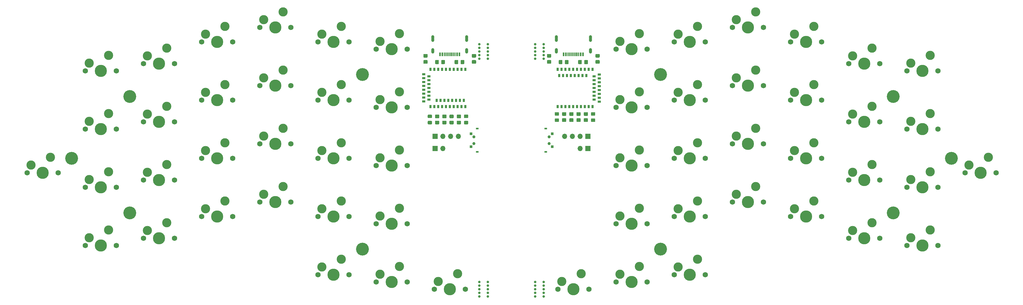
<source format=gts>
%TF.GenerationSoftware,KiCad,Pcbnew,(5.1.7)-1*%
%TF.CreationDate,2021-02-09T20:12:25+08:00*%
%TF.ProjectId,jiran-ble,6a697261-6e2d-4626-9c65-2e6b69636164,rev?*%
%TF.SameCoordinates,Original*%
%TF.FileFunction,Soldermask,Top*%
%TF.FilePolarity,Negative*%
%FSLAX46Y46*%
G04 Gerber Fmt 4.6, Leading zero omitted, Abs format (unit mm)*
G04 Created by KiCad (PCBNEW (5.1.7)-1) date 2021-02-09 20:12:25*
%MOMM*%
%LPD*%
G01*
G04 APERTURE LIST*
%ADD10C,0.800000*%
%ADD11C,3.987800*%
%ADD12C,3.000000*%
%ADD13C,1.750000*%
%ADD14R,0.650000X1.000000*%
%ADD15R,1.000000X0.650000*%
%ADD16R,0.900000X0.900000*%
%ADD17R,0.900000X0.500000*%
%ADD18C,1.000000*%
%ADD19R,0.300000X1.250000*%
%ADD20R,0.540000X1.250000*%
%ADD21O,1.700000X1.700000*%
%ADD22R,1.700000X1.700000*%
%ADD23C,4.200000*%
G04 APERTURE END LIST*
D10*
%TO.C,P4*%
X191491850Y-127000000D03*
X191491850Y-125809300D03*
X191491850Y-128190700D03*
X191491850Y-129381400D03*
X191491850Y-124618600D03*
X194270150Y-124618600D03*
X194270150Y-125809300D03*
X194270150Y-129381400D03*
X194270150Y-128190700D03*
X194270150Y-127000000D03*
%TD*%
%TO.C,P3*%
X191491850Y-49212500D03*
X191491850Y-48021800D03*
X191491850Y-50403200D03*
X191491850Y-51593900D03*
X191491850Y-46831100D03*
X194270150Y-46831100D03*
X194270150Y-48021800D03*
X194270150Y-51593900D03*
X194270150Y-50403200D03*
X194270150Y-49212500D03*
%TD*%
%TO.C,P2*%
X173235850Y-49212500D03*
X173235850Y-48021800D03*
X173235850Y-50403200D03*
X173235850Y-51593900D03*
X173235850Y-46831100D03*
X176014150Y-46831100D03*
X176014150Y-48021800D03*
X176014150Y-51593900D03*
X176014150Y-50403200D03*
X176014150Y-49212500D03*
%TD*%
%TO.C,P1*%
X173235850Y-127000000D03*
X173235850Y-125809300D03*
X173235850Y-128190700D03*
X173235850Y-129381400D03*
X173235850Y-124618600D03*
X176014150Y-124618600D03*
X176014150Y-125809300D03*
X176014150Y-129381400D03*
X176014150Y-128190700D03*
X176014150Y-127000000D03*
%TD*%
D11*
%TO.C,SW22*%
X87312500Y-103188000D03*
D12*
X89852500Y-98108000D03*
D13*
X92392500Y-103188000D03*
D12*
X83502500Y-100648000D03*
D13*
X82232500Y-103188000D03*
%TD*%
D14*
%TO.C,U5*%
X200124000Y-67237800D03*
X208252000Y-57077800D03*
X204442000Y-57077800D03*
D15*
X212503000Y-56698800D03*
D14*
X203934000Y-67237800D03*
X201394000Y-67237800D03*
D15*
X210792000Y-62411800D03*
D14*
X201394000Y-54999800D03*
D15*
X210792000Y-59871800D03*
X212503000Y-64318800D03*
D14*
X209014000Y-67237800D03*
X202664000Y-54999800D03*
D15*
X210792000Y-63681800D03*
X210792000Y-58601800D03*
D14*
X199362000Y-57077800D03*
X203934000Y-54999800D03*
X206982000Y-57077800D03*
X205204000Y-67237800D03*
X206474000Y-67237800D03*
X201902000Y-57077800D03*
X210284000Y-67237800D03*
X210284000Y-54999800D03*
X203172000Y-57077800D03*
D15*
X212503000Y-65588800D03*
D14*
X205712000Y-57077800D03*
X198854000Y-67237800D03*
X200632000Y-57077800D03*
D15*
X212503000Y-57968800D03*
D14*
X209014000Y-54999800D03*
X200124000Y-54999800D03*
D15*
X212503000Y-63048800D03*
D14*
X206474000Y-54999800D03*
D15*
X212503000Y-61778800D03*
D14*
X198854000Y-54999800D03*
D15*
X210792000Y-64951800D03*
X212503000Y-59238800D03*
X210792000Y-61141800D03*
X212503000Y-60508800D03*
D14*
X207744000Y-67237800D03*
X202664000Y-67237800D03*
D15*
X210792000Y-57331800D03*
D14*
X205204000Y-54999800D03*
X207744000Y-54999800D03*
%TD*%
%TO.C,U2*%
X167382000Y-54999800D03*
X159254000Y-65159800D03*
X163064000Y-65159800D03*
D15*
X155003000Y-65538800D03*
D14*
X163572000Y-54999800D03*
X166112000Y-54999800D03*
D15*
X156714000Y-59825800D03*
D14*
X166112000Y-67237800D03*
D15*
X156714000Y-62365800D03*
X155003000Y-57918800D03*
D14*
X158492000Y-54999800D03*
X164842000Y-67237800D03*
D15*
X156714000Y-58555800D03*
X156714000Y-63635800D03*
D14*
X168144000Y-65159800D03*
X163572000Y-67237800D03*
X160524000Y-65159800D03*
X162302000Y-54999800D03*
X161032000Y-54999800D03*
X165604000Y-65159800D03*
X157222000Y-54999800D03*
X157222000Y-67237800D03*
X164334000Y-65159800D03*
D15*
X155003000Y-56648800D03*
D14*
X161794000Y-65159800D03*
X168652000Y-54999800D03*
X166874000Y-65159800D03*
D15*
X155003000Y-64268800D03*
D14*
X158492000Y-67237800D03*
X167382000Y-67237800D03*
D15*
X155003000Y-59188800D03*
D14*
X161032000Y-67237800D03*
D15*
X155003000Y-60458800D03*
D14*
X168652000Y-67237800D03*
D15*
X156714000Y-57285800D03*
X155003000Y-62998800D03*
X156714000Y-61095800D03*
X155003000Y-61728800D03*
D14*
X159762000Y-54999800D03*
X164842000Y-54999800D03*
D15*
X156714000Y-64905800D03*
D14*
X162302000Y-67237800D03*
X159762000Y-67237800D03*
%TD*%
D11*
%TO.C,SW32*%
X299244000Y-53181200D03*
D12*
X301784000Y-48101200D03*
D13*
X304324000Y-53181200D03*
D12*
X295434000Y-50641200D03*
D13*
X294164000Y-53181200D03*
%TD*%
D11*
%TO.C,SW31*%
X318294000Y-55562500D03*
D12*
X320834000Y-50482500D03*
D13*
X323374000Y-55562500D03*
D12*
X314484000Y-53022500D03*
D13*
X313214000Y-55562500D03*
%TD*%
D11*
%TO.C,SW29*%
X163512000Y-127000000D03*
D12*
X166052000Y-121920000D03*
D13*
X168592000Y-127000000D03*
D12*
X159702000Y-124460000D03*
D13*
X158432000Y-127000000D03*
%TD*%
D16*
%TO.C,SW1*%
X170450000Y-80332000D03*
X170450000Y-76132000D03*
D17*
X172550000Y-82032000D03*
X172550000Y-74432000D03*
D18*
X171450000Y-79332000D03*
X171450000Y-77132000D03*
%TD*%
%TO.C,R18*%
G36*
G01*
X203809001Y-72243800D02*
X202908999Y-72243800D01*
G75*
G02*
X202659000Y-71993801I0J249999D01*
G01*
X202659000Y-71293799D01*
G75*
G02*
X202908999Y-71043800I249999J0D01*
G01*
X203809001Y-71043800D01*
G75*
G02*
X204059000Y-71293799I0J-249999D01*
G01*
X204059000Y-71993801D01*
G75*
G02*
X203809001Y-72243800I-249999J0D01*
G01*
G37*
G36*
G01*
X203809001Y-70243800D02*
X202908999Y-70243800D01*
G75*
G02*
X202659000Y-69993801I0J249999D01*
G01*
X202659000Y-69293799D01*
G75*
G02*
X202908999Y-69043800I249999J0D01*
G01*
X203809001Y-69043800D01*
G75*
G02*
X204059000Y-69293799I0J-249999D01*
G01*
X204059000Y-69993801D01*
G75*
G02*
X203809001Y-70243800I-249999J0D01*
G01*
G37*
%TD*%
%TO.C,R17*%
G36*
G01*
X208540001Y-72243800D02*
X207639999Y-72243800D01*
G75*
G02*
X207390000Y-71993801I0J249999D01*
G01*
X207390000Y-71293799D01*
G75*
G02*
X207639999Y-71043800I249999J0D01*
G01*
X208540001Y-71043800D01*
G75*
G02*
X208790000Y-71293799I0J-249999D01*
G01*
X208790000Y-71993801D01*
G75*
G02*
X208540001Y-72243800I-249999J0D01*
G01*
G37*
G36*
G01*
X208540001Y-70243800D02*
X207639999Y-70243800D01*
G75*
G02*
X207390000Y-69993801I0J249999D01*
G01*
X207390000Y-69293799D01*
G75*
G02*
X207639999Y-69043800I249999J0D01*
G01*
X208540001Y-69043800D01*
G75*
G02*
X208790000Y-69293799I0J-249999D01*
G01*
X208790000Y-69993801D01*
G75*
G02*
X208540001Y-70243800I-249999J0D01*
G01*
G37*
%TD*%
D19*
%TO.C,J5*%
X204744000Y-50087500D03*
D18*
X209569300Y-44627800D03*
X209569300Y-44932600D03*
X198418700Y-45554900D03*
D19*
X203244000Y-50087500D03*
D20*
X201594000Y-50087500D03*
D18*
X198418700Y-45262800D03*
X198418700Y-44919900D03*
X198418700Y-44615100D03*
X198418400Y-44335700D03*
X209569300Y-45275500D03*
D19*
X205244000Y-50087500D03*
X203744000Y-50087500D03*
D20*
X206394000Y-50087500D03*
X200794000Y-50087500D03*
D18*
X198418700Y-49098200D03*
X198419000Y-49343500D03*
X198419000Y-48581500D03*
X198419000Y-48844200D03*
X209569600Y-49343500D03*
X209569600Y-48581500D03*
X209569300Y-49098200D03*
D20*
X207194000Y-50087500D03*
D19*
X202244000Y-50087500D03*
X204244000Y-50087500D03*
D18*
X209569600Y-48844200D03*
X209569300Y-45567600D03*
X209569000Y-44348400D03*
D19*
X205752000Y-50087500D03*
X202744000Y-50087500D03*
%TD*%
D21*
%TO.C,J3*%
X166370000Y-76993800D03*
D22*
X158750000Y-76993800D03*
D21*
X161290000Y-76993800D03*
X163830000Y-76993800D03*
%TD*%
D19*
%TO.C,J2*%
X164262000Y-50087500D03*
D18*
X169087300Y-44627800D03*
X169087300Y-44932600D03*
X157936700Y-45554900D03*
D19*
X162762000Y-50087500D03*
D20*
X161112000Y-50087500D03*
D18*
X157936700Y-45262800D03*
X157936700Y-44919900D03*
X157936700Y-44615100D03*
X157936400Y-44335700D03*
X169087300Y-45275500D03*
D19*
X164762000Y-50087500D03*
X163262000Y-50087500D03*
D20*
X165912000Y-50087500D03*
X160312000Y-50087500D03*
D18*
X157936700Y-49098200D03*
X157937000Y-49343500D03*
X157937000Y-48581500D03*
X157937000Y-48844200D03*
X169087600Y-49343500D03*
X169087600Y-48581500D03*
X169087300Y-49098200D03*
D20*
X166712000Y-50087500D03*
D19*
X161762000Y-50087500D03*
X163762000Y-50087500D03*
D18*
X169087600Y-48844200D03*
X169087300Y-45567600D03*
X169087000Y-44348400D03*
D19*
X165270000Y-50087500D03*
X162262000Y-50087500D03*
%TD*%
D23*
%TO.C,HM10*%
X327819000Y-84137500D03*
%TD*%
%TO.C,HM9*%
X308769000Y-101997000D03*
%TD*%
%TO.C,HM8*%
X308769000Y-63896900D03*
%TD*%
%TO.C,HM7*%
X232569000Y-56753100D03*
%TD*%
%TO.C,HM6*%
X232569000Y-113903000D03*
%TD*%
%TO.C,HM5*%
X39687500Y-84137500D03*
%TD*%
%TO.C,HM4*%
X58737500Y-101997000D03*
%TD*%
%TO.C,HM3*%
X58737500Y-63896900D03*
%TD*%
%TO.C,HM2*%
X134938000Y-56753100D03*
%TD*%
%TO.C,HM1*%
X134938000Y-113903000D03*
%TD*%
D11*
%TO.C,SW58*%
X203994000Y-127000000D03*
D12*
X206534000Y-121920000D03*
D13*
X209074000Y-127000000D03*
D12*
X200184000Y-124460000D03*
D13*
X198914000Y-127000000D03*
%TD*%
D11*
%TO.C,SW57*%
X223044000Y-124619000D03*
D12*
X225584000Y-119539000D03*
D13*
X228124000Y-124619000D03*
D12*
X219234000Y-122079000D03*
D13*
X217964000Y-124619000D03*
%TD*%
D11*
%TO.C,SW56*%
X242094000Y-122238000D03*
D12*
X244634000Y-117158000D03*
D13*
X247174000Y-122238000D03*
D12*
X238284000Y-119698000D03*
D13*
X237014000Y-122238000D03*
%TD*%
D11*
%TO.C,SW55*%
X337344000Y-88900000D03*
D12*
X339884000Y-83820000D03*
D13*
X342424000Y-88900000D03*
D12*
X333534000Y-86360000D03*
D13*
X332264000Y-88900000D03*
%TD*%
D11*
%TO.C,SW54*%
X223044000Y-105569000D03*
D12*
X225584000Y-100489000D03*
D13*
X228124000Y-105569000D03*
D12*
X219234000Y-103029000D03*
D13*
X217964000Y-105569000D03*
%TD*%
D11*
%TO.C,SW53*%
X242094000Y-103188000D03*
D12*
X244634000Y-98108000D03*
D13*
X247174000Y-103188000D03*
D12*
X238284000Y-100648000D03*
D13*
X237014000Y-103188000D03*
%TD*%
D11*
%TO.C,SW52*%
X261144000Y-98425000D03*
D12*
X263684000Y-93345000D03*
D13*
X266224000Y-98425000D03*
D12*
X257334000Y-95885000D03*
D13*
X256064000Y-98425000D03*
%TD*%
D11*
%TO.C,SW51*%
X280194000Y-103188000D03*
D12*
X282734000Y-98108000D03*
D13*
X285274000Y-103188000D03*
D12*
X276384000Y-100648000D03*
D13*
X275114000Y-103188000D03*
%TD*%
D11*
%TO.C,SW50*%
X299244000Y-110331000D03*
D12*
X301784000Y-105251000D03*
D13*
X304324000Y-110331000D03*
D12*
X295434000Y-107791000D03*
D13*
X294164000Y-110331000D03*
%TD*%
D11*
%TO.C,SW49*%
X318294000Y-112712000D03*
D12*
X320834000Y-107632000D03*
D13*
X323374000Y-112712000D03*
D12*
X314484000Y-110172000D03*
D13*
X313214000Y-112712000D03*
%TD*%
D11*
%TO.C,SW48*%
X223044000Y-86518800D03*
D12*
X225584000Y-81438800D03*
D13*
X228124000Y-86518800D03*
D12*
X219234000Y-83978800D03*
D13*
X217964000Y-86518800D03*
%TD*%
D11*
%TO.C,SW47*%
X242094000Y-84137500D03*
D12*
X244634000Y-79057500D03*
D13*
X247174000Y-84137500D03*
D12*
X238284000Y-81597500D03*
D13*
X237014000Y-84137500D03*
%TD*%
D11*
%TO.C,SW46*%
X261144000Y-79375000D03*
D12*
X263684000Y-74295000D03*
D13*
X266224000Y-79375000D03*
D12*
X257334000Y-76835000D03*
D13*
X256064000Y-79375000D03*
%TD*%
D11*
%TO.C,SW45*%
X280194000Y-84137500D03*
D12*
X282734000Y-79057500D03*
D13*
X285274000Y-84137500D03*
D12*
X276384000Y-81597500D03*
D13*
X275114000Y-84137500D03*
%TD*%
D11*
%TO.C,SW44*%
X299244000Y-91281200D03*
D12*
X301784000Y-86201200D03*
D13*
X304324000Y-91281200D03*
D12*
X295434000Y-88741200D03*
D13*
X294164000Y-91281200D03*
%TD*%
D11*
%TO.C,SW43*%
X318294000Y-93662500D03*
D12*
X320834000Y-88582500D03*
D13*
X323374000Y-93662500D03*
D12*
X314484000Y-91122500D03*
D13*
X313214000Y-93662500D03*
%TD*%
D11*
%TO.C,SW42*%
X223044000Y-67468800D03*
D12*
X225584000Y-62388800D03*
D13*
X228124000Y-67468800D03*
D12*
X219234000Y-64928800D03*
D13*
X217964000Y-67468800D03*
%TD*%
D11*
%TO.C,SW41*%
X242094000Y-65087500D03*
D12*
X244634000Y-60007500D03*
D13*
X247174000Y-65087500D03*
D12*
X238284000Y-62547500D03*
D13*
X237014000Y-65087500D03*
%TD*%
D11*
%TO.C,SW40*%
X261144000Y-60325000D03*
D12*
X263684000Y-55245000D03*
D13*
X266224000Y-60325000D03*
D12*
X257334000Y-57785000D03*
D13*
X256064000Y-60325000D03*
%TD*%
D11*
%TO.C,SW39*%
X280194000Y-65087500D03*
D12*
X282734000Y-60007500D03*
D13*
X285274000Y-65087500D03*
D12*
X276384000Y-62547500D03*
D13*
X275114000Y-65087500D03*
%TD*%
D11*
%TO.C,SW38*%
X299244000Y-72231200D03*
D12*
X301784000Y-67151200D03*
D13*
X304324000Y-72231200D03*
D12*
X295434000Y-69691200D03*
D13*
X294164000Y-72231200D03*
%TD*%
D11*
%TO.C,SW37*%
X318294000Y-74612500D03*
D12*
X320834000Y-69532500D03*
D13*
X323374000Y-74612500D03*
D12*
X314484000Y-72072500D03*
D13*
X313214000Y-74612500D03*
%TD*%
D11*
%TO.C,SW36*%
X223044000Y-48418800D03*
D12*
X225584000Y-43338800D03*
D13*
X228124000Y-48418800D03*
D12*
X219234000Y-45878800D03*
D13*
X217964000Y-48418800D03*
%TD*%
D11*
%TO.C,SW35*%
X242094000Y-46037500D03*
D12*
X244634000Y-40957500D03*
D13*
X247174000Y-46037500D03*
D12*
X238284000Y-43497500D03*
D13*
X237014000Y-46037500D03*
%TD*%
D11*
%TO.C,SW34*%
X261144000Y-41275000D03*
D12*
X263684000Y-36195000D03*
D13*
X266224000Y-41275000D03*
D12*
X257334000Y-38735000D03*
D13*
X256064000Y-41275000D03*
%TD*%
D11*
%TO.C,SW33*%
X280194000Y-46037500D03*
D12*
X282734000Y-40957500D03*
D13*
X285274000Y-46037500D03*
D12*
X276384000Y-43497500D03*
D13*
X275114000Y-46037500D03*
%TD*%
%TO.C,R16*%
G36*
G01*
X211480999Y-49993800D02*
X212381001Y-49993800D01*
G75*
G02*
X212631000Y-50243799I0J-249999D01*
G01*
X212631000Y-50943801D01*
G75*
G02*
X212381001Y-51193800I-249999J0D01*
G01*
X211480999Y-51193800D01*
G75*
G02*
X211231000Y-50943801I0J249999D01*
G01*
X211231000Y-50243799D01*
G75*
G02*
X211480999Y-49993800I249999J0D01*
G01*
G37*
G36*
G01*
X211480999Y-51993800D02*
X212381001Y-51993800D01*
G75*
G02*
X212631000Y-52243799I0J-249999D01*
G01*
X212631000Y-52943801D01*
G75*
G02*
X212381001Y-53193800I-249999J0D01*
G01*
X211480999Y-53193800D01*
G75*
G02*
X211231000Y-52943801I0J249999D01*
G01*
X211231000Y-52243799D01*
G75*
G02*
X211480999Y-51993800I249999J0D01*
G01*
G37*
%TD*%
%TO.C,R15*%
G36*
G01*
X206158001Y-72243800D02*
X205257999Y-72243800D01*
G75*
G02*
X205008000Y-71993801I0J249999D01*
G01*
X205008000Y-71293799D01*
G75*
G02*
X205257999Y-71043800I249999J0D01*
G01*
X206158001Y-71043800D01*
G75*
G02*
X206408000Y-71293799I0J-249999D01*
G01*
X206408000Y-71993801D01*
G75*
G02*
X206158001Y-72243800I-249999J0D01*
G01*
G37*
G36*
G01*
X206158001Y-70243800D02*
X205257999Y-70243800D01*
G75*
G02*
X205008000Y-69993801I0J249999D01*
G01*
X205008000Y-69293799D01*
G75*
G02*
X205257999Y-69043800I249999J0D01*
G01*
X206158001Y-69043800D01*
G75*
G02*
X206408000Y-69293799I0J-249999D01*
G01*
X206408000Y-69993801D01*
G75*
G02*
X206158001Y-70243800I-249999J0D01*
G01*
G37*
%TD*%
%TO.C,R13*%
G36*
G01*
X201428001Y-72243800D02*
X200527999Y-72243800D01*
G75*
G02*
X200278000Y-71993801I0J249999D01*
G01*
X200278000Y-71293799D01*
G75*
G02*
X200527999Y-71043800I249999J0D01*
G01*
X201428001Y-71043800D01*
G75*
G02*
X201678000Y-71293799I0J-249999D01*
G01*
X201678000Y-71993801D01*
G75*
G02*
X201428001Y-72243800I-249999J0D01*
G01*
G37*
G36*
G01*
X201428001Y-70243800D02*
X200527999Y-70243800D01*
G75*
G02*
X200278000Y-69993801I0J249999D01*
G01*
X200278000Y-69293799D01*
G75*
G02*
X200527999Y-69043800I249999J0D01*
G01*
X201428001Y-69043800D01*
G75*
G02*
X201678000Y-69293799I0J-249999D01*
G01*
X201678000Y-69993801D01*
G75*
G02*
X201428001Y-70243800I-249999J0D01*
G01*
G37*
%TD*%
%TO.C,R12*%
G36*
G01*
X196506001Y-53193800D02*
X195605999Y-53193800D01*
G75*
G02*
X195356000Y-52943801I0J249999D01*
G01*
X195356000Y-52243799D01*
G75*
G02*
X195605999Y-51993800I249999J0D01*
G01*
X196506001Y-51993800D01*
G75*
G02*
X196756000Y-52243799I0J-249999D01*
G01*
X196756000Y-52943801D01*
G75*
G02*
X196506001Y-53193800I-249999J0D01*
G01*
G37*
G36*
G01*
X196506001Y-51193800D02*
X195605999Y-51193800D01*
G75*
G02*
X195356000Y-50943801I0J249999D01*
G01*
X195356000Y-50243799D01*
G75*
G02*
X195605999Y-49993800I249999J0D01*
G01*
X196506001Y-49993800D01*
G75*
G02*
X196756000Y-50243799I0J-249999D01*
G01*
X196756000Y-50943801D01*
G75*
G02*
X196506001Y-51193800I-249999J0D01*
G01*
G37*
%TD*%
%TO.C,R11*%
G36*
G01*
X202419000Y-52191499D02*
X202419000Y-53091501D01*
G75*
G02*
X202169001Y-53341500I-249999J0D01*
G01*
X201468999Y-53341500D01*
G75*
G02*
X201219000Y-53091501I0J249999D01*
G01*
X201219000Y-52191499D01*
G75*
G02*
X201468999Y-51941500I249999J0D01*
G01*
X202169001Y-51941500D01*
G75*
G02*
X202419000Y-52191499I0J-249999D01*
G01*
G37*
G36*
G01*
X200419000Y-52191499D02*
X200419000Y-53091501D01*
G75*
G02*
X200169001Y-53341500I-249999J0D01*
G01*
X199468999Y-53341500D01*
G75*
G02*
X199219000Y-53091501I0J249999D01*
G01*
X199219000Y-52191499D01*
G75*
G02*
X199468999Y-51941500I249999J0D01*
G01*
X200169001Y-51941500D01*
G75*
G02*
X200419000Y-52191499I0J-249999D01*
G01*
G37*
%TD*%
%TO.C,R10*%
G36*
G01*
X205569000Y-53091501D02*
X205569000Y-52191499D01*
G75*
G02*
X205818999Y-51941500I249999J0D01*
G01*
X206519001Y-51941500D01*
G75*
G02*
X206769000Y-52191499I0J-249999D01*
G01*
X206769000Y-53091501D01*
G75*
G02*
X206519001Y-53341500I-249999J0D01*
G01*
X205818999Y-53341500D01*
G75*
G02*
X205569000Y-53091501I0J249999D01*
G01*
G37*
G36*
G01*
X207569000Y-53091501D02*
X207569000Y-52191499D01*
G75*
G02*
X207818999Y-51941500I249999J0D01*
G01*
X208519001Y-51941500D01*
G75*
G02*
X208769000Y-52191499I0J-249999D01*
G01*
X208769000Y-53091501D01*
G75*
G02*
X208519001Y-53341500I-249999J0D01*
G01*
X207818999Y-53341500D01*
G75*
G02*
X207569000Y-53091501I0J249999D01*
G01*
G37*
%TD*%
%TO.C,R9*%
G36*
G01*
X163665999Y-69837500D02*
X164566001Y-69837500D01*
G75*
G02*
X164816000Y-70087499I0J-249999D01*
G01*
X164816000Y-70787501D01*
G75*
G02*
X164566001Y-71037500I-249999J0D01*
G01*
X163665999Y-71037500D01*
G75*
G02*
X163416000Y-70787501I0J249999D01*
G01*
X163416000Y-70087499D01*
G75*
G02*
X163665999Y-69837500I249999J0D01*
G01*
G37*
G36*
G01*
X163665999Y-71837500D02*
X164566001Y-71837500D01*
G75*
G02*
X164816000Y-72087499I0J-249999D01*
G01*
X164816000Y-72787501D01*
G75*
G02*
X164566001Y-73037500I-249999J0D01*
G01*
X163665999Y-73037500D01*
G75*
G02*
X163416000Y-72787501I0J249999D01*
G01*
X163416000Y-72087499D01*
G75*
G02*
X163665999Y-71837500I249999J0D01*
G01*
G37*
%TD*%
%TO.C,LED4*%
G36*
G01*
X210921001Y-72243800D02*
X210020999Y-72243800D01*
G75*
G02*
X209771000Y-71993801I0J249999D01*
G01*
X209771000Y-71343799D01*
G75*
G02*
X210020999Y-71093800I249999J0D01*
G01*
X210921001Y-71093800D01*
G75*
G02*
X211171000Y-71343799I0J-249999D01*
G01*
X211171000Y-71993801D01*
G75*
G02*
X210921001Y-72243800I-249999J0D01*
G01*
G37*
G36*
G01*
X210921001Y-70193800D02*
X210020999Y-70193800D01*
G75*
G02*
X209771000Y-69943801I0J249999D01*
G01*
X209771000Y-69293799D01*
G75*
G02*
X210020999Y-69043800I249999J0D01*
G01*
X210921001Y-69043800D01*
G75*
G02*
X211171000Y-69293799I0J-249999D01*
G01*
X211171000Y-69943801D01*
G75*
G02*
X210921001Y-70193800I-249999J0D01*
G01*
G37*
%TD*%
%TO.C,LED3*%
G36*
G01*
X199046001Y-72243800D02*
X198145999Y-72243800D01*
G75*
G02*
X197896000Y-71993801I0J249999D01*
G01*
X197896000Y-71343799D01*
G75*
G02*
X198145999Y-71093800I249999J0D01*
G01*
X199046001Y-71093800D01*
G75*
G02*
X199296000Y-71343799I0J-249999D01*
G01*
X199296000Y-71993801D01*
G75*
G02*
X199046001Y-72243800I-249999J0D01*
G01*
G37*
G36*
G01*
X199046001Y-70193800D02*
X198145999Y-70193800D01*
G75*
G02*
X197896000Y-69943801I0J249999D01*
G01*
X197896000Y-69293799D01*
G75*
G02*
X198145999Y-69043800I249999J0D01*
G01*
X199046001Y-69043800D01*
G75*
G02*
X199296000Y-69293799I0J-249999D01*
G01*
X199296000Y-69943801D01*
G75*
G02*
X199046001Y-70193800I-249999J0D01*
G01*
G37*
%TD*%
D21*
%TO.C,J6*%
X201136000Y-76962000D03*
D22*
X208756000Y-76962000D03*
D21*
X206216000Y-76962000D03*
X203676000Y-76962000D03*
%TD*%
D16*
%TO.C,SW30*%
X197056000Y-76132000D03*
X197056000Y-80332000D03*
D17*
X194956000Y-74432000D03*
X194956000Y-82032000D03*
D18*
X196056000Y-77132000D03*
X196056000Y-79332000D03*
%TD*%
D11*
%TO.C,SW28*%
X144462000Y-124619000D03*
D12*
X147002000Y-119539000D03*
D13*
X149542000Y-124619000D03*
D12*
X140652000Y-122079000D03*
D13*
X139382000Y-124619000D03*
%TD*%
D11*
%TO.C,SW27*%
X125412000Y-122238000D03*
D12*
X127952000Y-117158000D03*
D13*
X130492000Y-122238000D03*
D12*
X121602000Y-119698000D03*
D13*
X120332000Y-122238000D03*
%TD*%
D11*
%TO.C,SW26*%
X30162500Y-88900000D03*
D12*
X32702500Y-83820000D03*
D13*
X35242500Y-88900000D03*
D12*
X26352500Y-86360000D03*
D13*
X25082500Y-88900000D03*
%TD*%
D11*
%TO.C,SW25*%
X144462000Y-105569000D03*
D12*
X147002000Y-100489000D03*
D13*
X149542000Y-105569000D03*
D12*
X140652000Y-103029000D03*
D13*
X139382000Y-105569000D03*
%TD*%
D11*
%TO.C,SW24*%
X125412000Y-103188000D03*
D12*
X127952000Y-98108000D03*
D13*
X130492000Y-103188000D03*
D12*
X121602000Y-100648000D03*
D13*
X120332000Y-103188000D03*
%TD*%
D11*
%TO.C,SW23*%
X106362000Y-98425000D03*
D12*
X108902000Y-93345000D03*
D13*
X111442000Y-98425000D03*
D12*
X102552000Y-95885000D03*
D13*
X101282000Y-98425000D03*
%TD*%
D11*
%TO.C,SW21*%
X68262500Y-110331000D03*
D12*
X70802500Y-105251000D03*
D13*
X73342500Y-110331000D03*
D12*
X64452500Y-107791000D03*
D13*
X63182500Y-110331000D03*
%TD*%
D11*
%TO.C,SW20*%
X49212500Y-112712000D03*
D12*
X51752500Y-107632000D03*
D13*
X54292500Y-112712000D03*
D12*
X45402500Y-110172000D03*
D13*
X44132500Y-112712000D03*
%TD*%
D11*
%TO.C,SW19*%
X144462000Y-86518800D03*
D12*
X147002000Y-81438800D03*
D13*
X149542000Y-86518800D03*
D12*
X140652000Y-83978800D03*
D13*
X139382000Y-86518800D03*
%TD*%
D11*
%TO.C,SW18*%
X125412000Y-84137500D03*
D12*
X127952000Y-79057500D03*
D13*
X130492000Y-84137500D03*
D12*
X121602000Y-81597500D03*
D13*
X120332000Y-84137500D03*
%TD*%
D11*
%TO.C,SW17*%
X106362000Y-79375000D03*
D12*
X108902000Y-74295000D03*
D13*
X111442000Y-79375000D03*
D12*
X102552000Y-76835000D03*
D13*
X101282000Y-79375000D03*
%TD*%
D11*
%TO.C,SW16*%
X87312500Y-84137500D03*
D12*
X89852500Y-79057500D03*
D13*
X92392500Y-84137500D03*
D12*
X83502500Y-81597500D03*
D13*
X82232500Y-84137500D03*
%TD*%
D11*
%TO.C,SW15*%
X68262500Y-91281200D03*
D12*
X70802500Y-86201200D03*
D13*
X73342500Y-91281200D03*
D12*
X64452500Y-88741200D03*
D13*
X63182500Y-91281200D03*
%TD*%
D11*
%TO.C,SW14*%
X49212500Y-93662500D03*
D12*
X51752500Y-88582500D03*
D13*
X54292500Y-93662500D03*
D12*
X45402500Y-91122500D03*
D13*
X44132500Y-93662500D03*
%TD*%
D11*
%TO.C,SW13*%
X144462000Y-67468800D03*
D12*
X147002000Y-62388800D03*
D13*
X149542000Y-67468800D03*
D12*
X140652000Y-64928800D03*
D13*
X139382000Y-67468800D03*
%TD*%
D11*
%TO.C,SW12*%
X125412000Y-65087500D03*
D12*
X127952000Y-60007500D03*
D13*
X130492000Y-65087500D03*
D12*
X121602000Y-62547500D03*
D13*
X120332000Y-65087500D03*
%TD*%
D11*
%TO.C,SW11*%
X106362000Y-60325000D03*
D12*
X108902000Y-55245000D03*
D13*
X111442000Y-60325000D03*
D12*
X102552000Y-57785000D03*
D13*
X101282000Y-60325000D03*
%TD*%
D11*
%TO.C,SW10*%
X87312500Y-65087500D03*
D12*
X89852500Y-60007500D03*
D13*
X92392500Y-65087500D03*
D12*
X83502500Y-62547500D03*
D13*
X82232500Y-65087500D03*
%TD*%
D11*
%TO.C,SW9*%
X68262500Y-72231200D03*
D12*
X70802500Y-67151200D03*
D13*
X73342500Y-72231200D03*
D12*
X64452500Y-69691200D03*
D13*
X63182500Y-72231200D03*
%TD*%
D11*
%TO.C,SW8*%
X49212500Y-74612500D03*
D12*
X51752500Y-69532500D03*
D13*
X54292500Y-74612500D03*
D12*
X45402500Y-72072500D03*
D13*
X44132500Y-74612500D03*
%TD*%
D11*
%TO.C,SW7*%
X144462000Y-48418800D03*
D12*
X147002000Y-43338800D03*
D13*
X149542000Y-48418800D03*
D12*
X140652000Y-45878800D03*
D13*
X139382000Y-48418800D03*
%TD*%
D11*
%TO.C,SW6*%
X125412000Y-46037500D03*
D12*
X127952000Y-40957500D03*
D13*
X130492000Y-46037500D03*
D12*
X121602000Y-43497500D03*
D13*
X120332000Y-46037500D03*
%TD*%
D11*
%TO.C,SW5*%
X106362000Y-41275000D03*
D12*
X108902000Y-36195000D03*
D13*
X111442000Y-41275000D03*
D12*
X102552000Y-38735000D03*
D13*
X101282000Y-41275000D03*
%TD*%
D11*
%TO.C,SW4*%
X87312500Y-46037500D03*
D12*
X89852500Y-40957500D03*
D13*
X92392500Y-46037500D03*
D12*
X83502500Y-43497500D03*
D13*
X82232500Y-46037500D03*
%TD*%
D11*
%TO.C,SW3*%
X68262500Y-53181200D03*
D12*
X70802500Y-48101200D03*
D13*
X73342500Y-53181200D03*
D12*
X64452500Y-50641200D03*
D13*
X63182500Y-53181200D03*
%TD*%
D11*
%TO.C,SW2*%
X49212500Y-55562500D03*
D12*
X51752500Y-50482500D03*
D13*
X54292500Y-55562500D03*
D12*
X45402500Y-53022500D03*
D13*
X44132500Y-55562500D03*
%TD*%
%TO.C,R8*%
G36*
G01*
X159835001Y-73037500D02*
X158934999Y-73037500D01*
G75*
G02*
X158685000Y-72787501I0J249999D01*
G01*
X158685000Y-72087499D01*
G75*
G02*
X158934999Y-71837500I249999J0D01*
G01*
X159835001Y-71837500D01*
G75*
G02*
X160085000Y-72087499I0J-249999D01*
G01*
X160085000Y-72787501D01*
G75*
G02*
X159835001Y-73037500I-249999J0D01*
G01*
G37*
G36*
G01*
X159835001Y-71037500D02*
X158934999Y-71037500D01*
G75*
G02*
X158685000Y-70787501I0J249999D01*
G01*
X158685000Y-70087499D01*
G75*
G02*
X158934999Y-69837500I249999J0D01*
G01*
X159835001Y-69837500D01*
G75*
G02*
X160085000Y-70087499I0J-249999D01*
G01*
X160085000Y-70787501D01*
G75*
G02*
X159835001Y-71037500I-249999J0D01*
G01*
G37*
%TD*%
%TO.C,R7*%
G36*
G01*
X155124999Y-49993800D02*
X156025001Y-49993800D01*
G75*
G02*
X156275000Y-50243799I0J-249999D01*
G01*
X156275000Y-50943801D01*
G75*
G02*
X156025001Y-51193800I-249999J0D01*
G01*
X155124999Y-51193800D01*
G75*
G02*
X154875000Y-50943801I0J249999D01*
G01*
X154875000Y-50243799D01*
G75*
G02*
X155124999Y-49993800I249999J0D01*
G01*
G37*
G36*
G01*
X155124999Y-51993800D02*
X156025001Y-51993800D01*
G75*
G02*
X156275000Y-52243799I0J-249999D01*
G01*
X156275000Y-52943801D01*
G75*
G02*
X156025001Y-53193800I-249999J0D01*
G01*
X155124999Y-53193800D01*
G75*
G02*
X154875000Y-52943801I0J249999D01*
G01*
X154875000Y-52243799D01*
G75*
G02*
X155124999Y-51993800I249999J0D01*
G01*
G37*
%TD*%
%TO.C,R5*%
G36*
G01*
X171900001Y-53193800D02*
X170999999Y-53193800D01*
G75*
G02*
X170750000Y-52943801I0J249999D01*
G01*
X170750000Y-52243799D01*
G75*
G02*
X170999999Y-51993800I249999J0D01*
G01*
X171900001Y-51993800D01*
G75*
G02*
X172150000Y-52243799I0J-249999D01*
G01*
X172150000Y-52943801D01*
G75*
G02*
X171900001Y-53193800I-249999J0D01*
G01*
G37*
G36*
G01*
X171900001Y-51193800D02*
X170999999Y-51193800D01*
G75*
G02*
X170750000Y-50943801I0J249999D01*
G01*
X170750000Y-50243799D01*
G75*
G02*
X170999999Y-49993800I249999J0D01*
G01*
X171900001Y-49993800D01*
G75*
G02*
X172150000Y-50243799I0J-249999D01*
G01*
X172150000Y-50943801D01*
G75*
G02*
X171900001Y-51193800I-249999J0D01*
G01*
G37*
%TD*%
%TO.C,R4*%
G36*
G01*
X161315999Y-69837500D02*
X162216001Y-69837500D01*
G75*
G02*
X162466000Y-70087499I0J-249999D01*
G01*
X162466000Y-70787501D01*
G75*
G02*
X162216001Y-71037500I-249999J0D01*
G01*
X161315999Y-71037500D01*
G75*
G02*
X161066000Y-70787501I0J249999D01*
G01*
X161066000Y-70087499D01*
G75*
G02*
X161315999Y-69837500I249999J0D01*
G01*
G37*
G36*
G01*
X161315999Y-71837500D02*
X162216001Y-71837500D01*
G75*
G02*
X162466000Y-72087499I0J-249999D01*
G01*
X162466000Y-72787501D01*
G75*
G02*
X162216001Y-73037500I-249999J0D01*
G01*
X161315999Y-73037500D01*
G75*
G02*
X161066000Y-72787501I0J249999D01*
G01*
X161066000Y-72087499D01*
G75*
G02*
X161315999Y-71837500I249999J0D01*
G01*
G37*
%TD*%
%TO.C,R3*%
G36*
G01*
X166947001Y-73037500D02*
X166046999Y-73037500D01*
G75*
G02*
X165797000Y-72787501I0J249999D01*
G01*
X165797000Y-72087499D01*
G75*
G02*
X166046999Y-71837500I249999J0D01*
G01*
X166947001Y-71837500D01*
G75*
G02*
X167197000Y-72087499I0J-249999D01*
G01*
X167197000Y-72787501D01*
G75*
G02*
X166947001Y-73037500I-249999J0D01*
G01*
G37*
G36*
G01*
X166947001Y-71037500D02*
X166046999Y-71037500D01*
G75*
G02*
X165797000Y-70787501I0J249999D01*
G01*
X165797000Y-70087499D01*
G75*
G02*
X166046999Y-69837500I249999J0D01*
G01*
X166947001Y-69837500D01*
G75*
G02*
X167197000Y-70087499I0J-249999D01*
G01*
X167197000Y-70787501D01*
G75*
G02*
X166947001Y-71037500I-249999J0D01*
G01*
G37*
%TD*%
%TO.C,R2*%
G36*
G01*
X161938000Y-52191499D02*
X161938000Y-53091501D01*
G75*
G02*
X161688001Y-53341500I-249999J0D01*
G01*
X160987999Y-53341500D01*
G75*
G02*
X160738000Y-53091501I0J249999D01*
G01*
X160738000Y-52191499D01*
G75*
G02*
X160987999Y-51941500I249999J0D01*
G01*
X161688001Y-51941500D01*
G75*
G02*
X161938000Y-52191499I0J-249999D01*
G01*
G37*
G36*
G01*
X159938000Y-52191499D02*
X159938000Y-53091501D01*
G75*
G02*
X159688001Y-53341500I-249999J0D01*
G01*
X158987999Y-53341500D01*
G75*
G02*
X158738000Y-53091501I0J249999D01*
G01*
X158738000Y-52191499D01*
G75*
G02*
X158987999Y-51941500I249999J0D01*
G01*
X159688001Y-51941500D01*
G75*
G02*
X159938000Y-52191499I0J-249999D01*
G01*
G37*
%TD*%
%TO.C,R1*%
G36*
G01*
X165088000Y-53091501D02*
X165088000Y-52191499D01*
G75*
G02*
X165337999Y-51941500I249999J0D01*
G01*
X166038001Y-51941500D01*
G75*
G02*
X166288000Y-52191499I0J-249999D01*
G01*
X166288000Y-53091501D01*
G75*
G02*
X166038001Y-53341500I-249999J0D01*
G01*
X165337999Y-53341500D01*
G75*
G02*
X165088000Y-53091501I0J249999D01*
G01*
G37*
G36*
G01*
X167088000Y-53091501D02*
X167088000Y-52191499D01*
G75*
G02*
X167337999Y-51941500I249999J0D01*
G01*
X168038001Y-51941500D01*
G75*
G02*
X168288000Y-52191499I0J-249999D01*
G01*
X168288000Y-53091501D01*
G75*
G02*
X168038001Y-53341500I-249999J0D01*
G01*
X167337999Y-53341500D01*
G75*
G02*
X167088000Y-53091501I0J249999D01*
G01*
G37*
%TD*%
%TO.C,LED2*%
G36*
G01*
X157454001Y-73037500D02*
X156553999Y-73037500D01*
G75*
G02*
X156304000Y-72787501I0J249999D01*
G01*
X156304000Y-72137499D01*
G75*
G02*
X156553999Y-71887500I249999J0D01*
G01*
X157454001Y-71887500D01*
G75*
G02*
X157704000Y-72137499I0J-249999D01*
G01*
X157704000Y-72787501D01*
G75*
G02*
X157454001Y-73037500I-249999J0D01*
G01*
G37*
G36*
G01*
X157454001Y-70987500D02*
X156553999Y-70987500D01*
G75*
G02*
X156304000Y-70737501I0J249999D01*
G01*
X156304000Y-70087499D01*
G75*
G02*
X156553999Y-69837500I249999J0D01*
G01*
X157454001Y-69837500D01*
G75*
G02*
X157704000Y-70087499I0J-249999D01*
G01*
X157704000Y-70737501D01*
G75*
G02*
X157454001Y-70987500I-249999J0D01*
G01*
G37*
%TD*%
%TO.C,LED1*%
G36*
G01*
X169328001Y-73037500D02*
X168427999Y-73037500D01*
G75*
G02*
X168178000Y-72787501I0J249999D01*
G01*
X168178000Y-72137499D01*
G75*
G02*
X168427999Y-71887500I249999J0D01*
G01*
X169328001Y-71887500D01*
G75*
G02*
X169578000Y-72137499I0J-249999D01*
G01*
X169578000Y-72787501D01*
G75*
G02*
X169328001Y-73037500I-249999J0D01*
G01*
G37*
G36*
G01*
X169328001Y-70987500D02*
X168427999Y-70987500D01*
G75*
G02*
X168178000Y-70737501I0J249999D01*
G01*
X168178000Y-70087499D01*
G75*
G02*
X168427999Y-69837500I249999J0D01*
G01*
X169328001Y-69837500D01*
G75*
G02*
X169578000Y-70087499I0J-249999D01*
G01*
X169578000Y-70737501D01*
G75*
G02*
X169328001Y-70987500I-249999J0D01*
G01*
G37*
%TD*%
D22*
%TO.C,J4*%
X208756000Y-80962500D03*
D21*
X206216000Y-80962500D03*
%TD*%
D22*
%TO.C,J1*%
X158750000Y-80962500D03*
D21*
X161290000Y-80962500D03*
%TD*%
M02*

</source>
